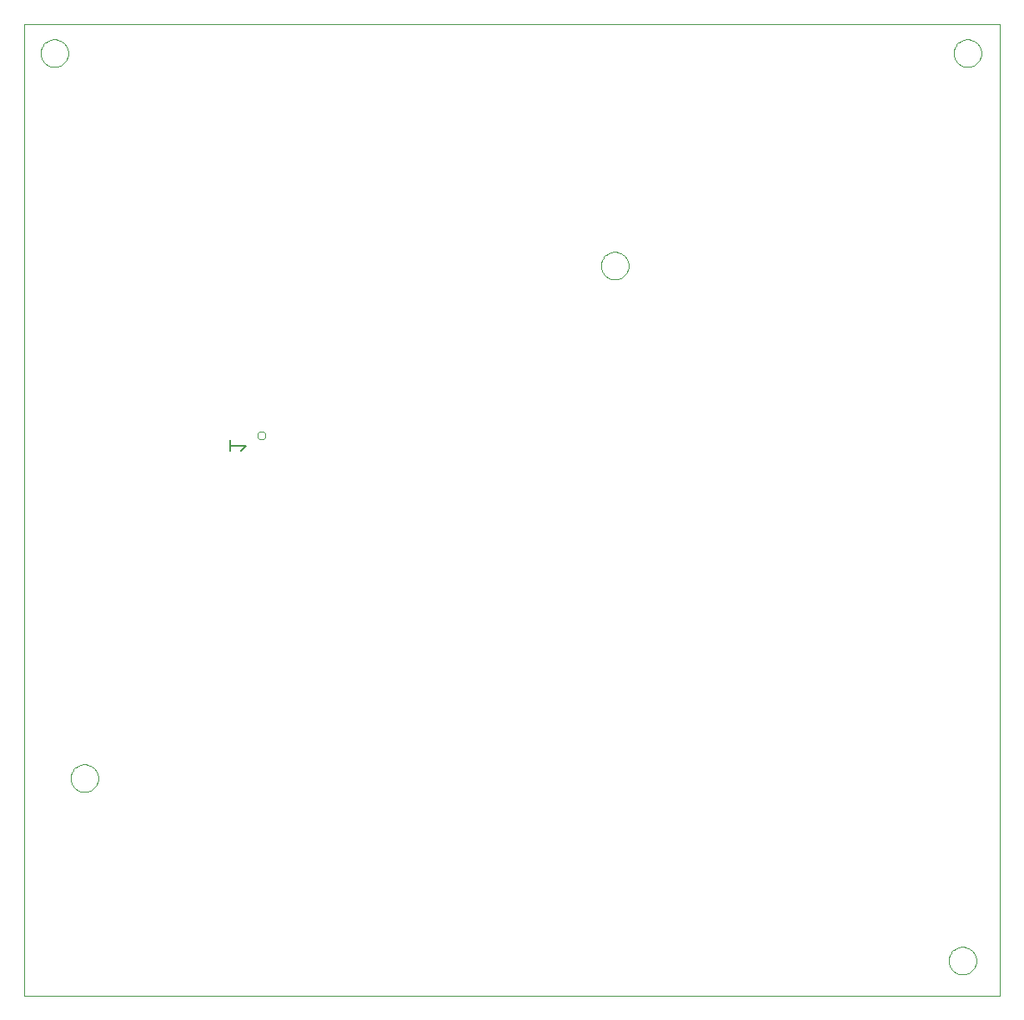
<source format=gbo>
G75*
G70*
%OFA0B0*%
%FSLAX24Y24*%
%IPPOS*%
%LPD*%
%AMOC8*
5,1,8,0,0,1.08239X$1,22.5*
%
%ADD10C,0.0000*%
%ADD11C,0.0060*%
%ADD12C,0.0040*%
D10*
X000180Y000180D02*
X000180Y039050D01*
X039172Y039050D01*
X039172Y000180D01*
X000180Y000180D01*
X002029Y008880D02*
X002031Y008927D01*
X002037Y008973D01*
X002047Y009019D01*
X002060Y009064D01*
X002078Y009107D01*
X002099Y009149D01*
X002123Y009189D01*
X002151Y009226D01*
X002182Y009261D01*
X002216Y009294D01*
X002252Y009323D01*
X002291Y009349D01*
X002332Y009372D01*
X002375Y009391D01*
X002419Y009407D01*
X002464Y009419D01*
X002510Y009427D01*
X002557Y009431D01*
X002603Y009431D01*
X002650Y009427D01*
X002696Y009419D01*
X002741Y009407D01*
X002785Y009391D01*
X002828Y009372D01*
X002869Y009349D01*
X002908Y009323D01*
X002944Y009294D01*
X002978Y009261D01*
X003009Y009226D01*
X003037Y009189D01*
X003061Y009149D01*
X003082Y009107D01*
X003100Y009064D01*
X003113Y009019D01*
X003123Y008973D01*
X003129Y008927D01*
X003131Y008880D01*
X003129Y008833D01*
X003123Y008787D01*
X003113Y008741D01*
X003100Y008696D01*
X003082Y008653D01*
X003061Y008611D01*
X003037Y008571D01*
X003009Y008534D01*
X002978Y008499D01*
X002944Y008466D01*
X002908Y008437D01*
X002869Y008411D01*
X002828Y008388D01*
X002785Y008369D01*
X002741Y008353D01*
X002696Y008341D01*
X002650Y008333D01*
X002603Y008329D01*
X002557Y008329D01*
X002510Y008333D01*
X002464Y008341D01*
X002419Y008353D01*
X002375Y008369D01*
X002332Y008388D01*
X002291Y008411D01*
X002252Y008437D01*
X002216Y008466D01*
X002182Y008499D01*
X002151Y008534D01*
X002123Y008571D01*
X002099Y008611D01*
X002078Y008653D01*
X002060Y008696D01*
X002047Y008741D01*
X002037Y008787D01*
X002031Y008833D01*
X002029Y008880D01*
X023229Y029380D02*
X023231Y029427D01*
X023237Y029473D01*
X023247Y029519D01*
X023260Y029564D01*
X023278Y029607D01*
X023299Y029649D01*
X023323Y029689D01*
X023351Y029726D01*
X023382Y029761D01*
X023416Y029794D01*
X023452Y029823D01*
X023491Y029849D01*
X023532Y029872D01*
X023575Y029891D01*
X023619Y029907D01*
X023664Y029919D01*
X023710Y029927D01*
X023757Y029931D01*
X023803Y029931D01*
X023850Y029927D01*
X023896Y029919D01*
X023941Y029907D01*
X023985Y029891D01*
X024028Y029872D01*
X024069Y029849D01*
X024108Y029823D01*
X024144Y029794D01*
X024178Y029761D01*
X024209Y029726D01*
X024237Y029689D01*
X024261Y029649D01*
X024282Y029607D01*
X024300Y029564D01*
X024313Y029519D01*
X024323Y029473D01*
X024329Y029427D01*
X024331Y029380D01*
X024329Y029333D01*
X024323Y029287D01*
X024313Y029241D01*
X024300Y029196D01*
X024282Y029153D01*
X024261Y029111D01*
X024237Y029071D01*
X024209Y029034D01*
X024178Y028999D01*
X024144Y028966D01*
X024108Y028937D01*
X024069Y028911D01*
X024028Y028888D01*
X023985Y028869D01*
X023941Y028853D01*
X023896Y028841D01*
X023850Y028833D01*
X023803Y028829D01*
X023757Y028829D01*
X023710Y028833D01*
X023664Y028841D01*
X023619Y028853D01*
X023575Y028869D01*
X023532Y028888D01*
X023491Y028911D01*
X023452Y028937D01*
X023416Y028966D01*
X023382Y028999D01*
X023351Y029034D01*
X023323Y029071D01*
X023299Y029111D01*
X023278Y029153D01*
X023260Y029196D01*
X023247Y029241D01*
X023237Y029287D01*
X023231Y029333D01*
X023229Y029380D01*
X037329Y037880D02*
X037331Y037927D01*
X037337Y037973D01*
X037347Y038019D01*
X037360Y038064D01*
X037378Y038107D01*
X037399Y038149D01*
X037423Y038189D01*
X037451Y038226D01*
X037482Y038261D01*
X037516Y038294D01*
X037552Y038323D01*
X037591Y038349D01*
X037632Y038372D01*
X037675Y038391D01*
X037719Y038407D01*
X037764Y038419D01*
X037810Y038427D01*
X037857Y038431D01*
X037903Y038431D01*
X037950Y038427D01*
X037996Y038419D01*
X038041Y038407D01*
X038085Y038391D01*
X038128Y038372D01*
X038169Y038349D01*
X038208Y038323D01*
X038244Y038294D01*
X038278Y038261D01*
X038309Y038226D01*
X038337Y038189D01*
X038361Y038149D01*
X038382Y038107D01*
X038400Y038064D01*
X038413Y038019D01*
X038423Y037973D01*
X038429Y037927D01*
X038431Y037880D01*
X038429Y037833D01*
X038423Y037787D01*
X038413Y037741D01*
X038400Y037696D01*
X038382Y037653D01*
X038361Y037611D01*
X038337Y037571D01*
X038309Y037534D01*
X038278Y037499D01*
X038244Y037466D01*
X038208Y037437D01*
X038169Y037411D01*
X038128Y037388D01*
X038085Y037369D01*
X038041Y037353D01*
X037996Y037341D01*
X037950Y037333D01*
X037903Y037329D01*
X037857Y037329D01*
X037810Y037333D01*
X037764Y037341D01*
X037719Y037353D01*
X037675Y037369D01*
X037632Y037388D01*
X037591Y037411D01*
X037552Y037437D01*
X037516Y037466D01*
X037482Y037499D01*
X037451Y037534D01*
X037423Y037571D01*
X037399Y037611D01*
X037378Y037653D01*
X037360Y037696D01*
X037347Y037741D01*
X037337Y037787D01*
X037331Y037833D01*
X037329Y037880D01*
X000829Y037880D02*
X000831Y037927D01*
X000837Y037973D01*
X000847Y038019D01*
X000860Y038064D01*
X000878Y038107D01*
X000899Y038149D01*
X000923Y038189D01*
X000951Y038226D01*
X000982Y038261D01*
X001016Y038294D01*
X001052Y038323D01*
X001091Y038349D01*
X001132Y038372D01*
X001175Y038391D01*
X001219Y038407D01*
X001264Y038419D01*
X001310Y038427D01*
X001357Y038431D01*
X001403Y038431D01*
X001450Y038427D01*
X001496Y038419D01*
X001541Y038407D01*
X001585Y038391D01*
X001628Y038372D01*
X001669Y038349D01*
X001708Y038323D01*
X001744Y038294D01*
X001778Y038261D01*
X001809Y038226D01*
X001837Y038189D01*
X001861Y038149D01*
X001882Y038107D01*
X001900Y038064D01*
X001913Y038019D01*
X001923Y037973D01*
X001929Y037927D01*
X001931Y037880D01*
X001929Y037833D01*
X001923Y037787D01*
X001913Y037741D01*
X001900Y037696D01*
X001882Y037653D01*
X001861Y037611D01*
X001837Y037571D01*
X001809Y037534D01*
X001778Y037499D01*
X001744Y037466D01*
X001708Y037437D01*
X001669Y037411D01*
X001628Y037388D01*
X001585Y037369D01*
X001541Y037353D01*
X001496Y037341D01*
X001450Y037333D01*
X001403Y037329D01*
X001357Y037329D01*
X001310Y037333D01*
X001264Y037341D01*
X001219Y037353D01*
X001175Y037369D01*
X001132Y037388D01*
X001091Y037411D01*
X001052Y037437D01*
X001016Y037466D01*
X000982Y037499D01*
X000951Y037534D01*
X000923Y037571D01*
X000899Y037611D01*
X000878Y037653D01*
X000860Y037696D01*
X000847Y037741D01*
X000837Y037787D01*
X000831Y037833D01*
X000829Y037880D01*
X037129Y001580D02*
X037131Y001627D01*
X037137Y001673D01*
X037147Y001719D01*
X037160Y001764D01*
X037178Y001807D01*
X037199Y001849D01*
X037223Y001889D01*
X037251Y001926D01*
X037282Y001961D01*
X037316Y001994D01*
X037352Y002023D01*
X037391Y002049D01*
X037432Y002072D01*
X037475Y002091D01*
X037519Y002107D01*
X037564Y002119D01*
X037610Y002127D01*
X037657Y002131D01*
X037703Y002131D01*
X037750Y002127D01*
X037796Y002119D01*
X037841Y002107D01*
X037885Y002091D01*
X037928Y002072D01*
X037969Y002049D01*
X038008Y002023D01*
X038044Y001994D01*
X038078Y001961D01*
X038109Y001926D01*
X038137Y001889D01*
X038161Y001849D01*
X038182Y001807D01*
X038200Y001764D01*
X038213Y001719D01*
X038223Y001673D01*
X038229Y001627D01*
X038231Y001580D01*
X038229Y001533D01*
X038223Y001487D01*
X038213Y001441D01*
X038200Y001396D01*
X038182Y001353D01*
X038161Y001311D01*
X038137Y001271D01*
X038109Y001234D01*
X038078Y001199D01*
X038044Y001166D01*
X038008Y001137D01*
X037969Y001111D01*
X037928Y001088D01*
X037885Y001069D01*
X037841Y001053D01*
X037796Y001041D01*
X037750Y001033D01*
X037703Y001029D01*
X037657Y001029D01*
X037610Y001033D01*
X037564Y001041D01*
X037519Y001053D01*
X037475Y001069D01*
X037432Y001088D01*
X037391Y001111D01*
X037352Y001137D01*
X037316Y001166D01*
X037282Y001199D01*
X037251Y001234D01*
X037223Y001271D01*
X037199Y001311D01*
X037178Y001353D01*
X037160Y001396D01*
X037147Y001441D01*
X037137Y001487D01*
X037131Y001533D01*
X037129Y001580D01*
D11*
X009051Y022179D02*
X008837Y021965D01*
X009051Y022179D02*
X008410Y022179D01*
X008410Y022392D02*
X008410Y021965D01*
D12*
X009500Y022516D02*
X009577Y022440D01*
X009730Y022440D01*
X009807Y022516D01*
X009807Y022670D01*
X009730Y022747D01*
X009577Y022747D01*
X009500Y022670D01*
X009500Y022516D01*
M02*

</source>
